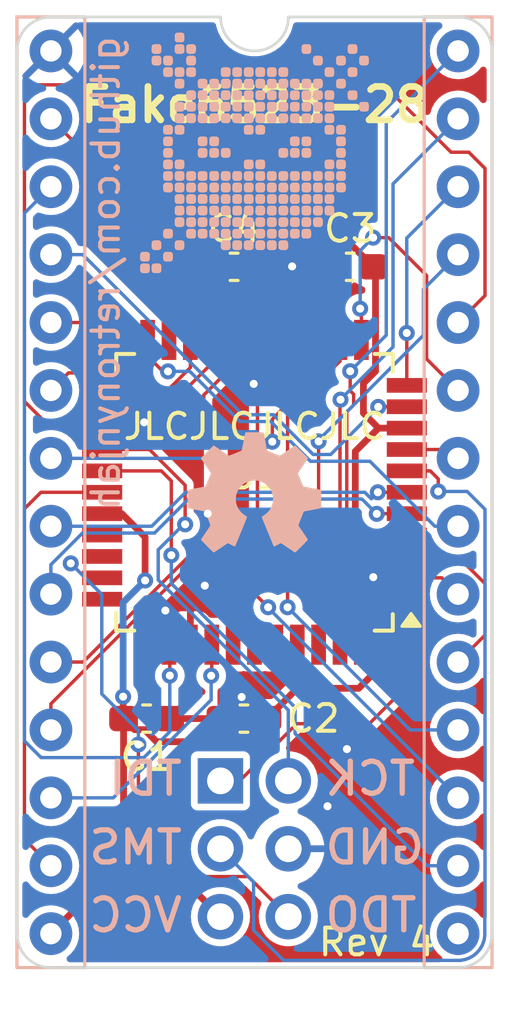
<source format=kicad_pcb>
(kicad_pcb (version 20240108) (generator "pcbnew") (generator_version "8.0")
  (title_block (title "MOS6523-28 Replacement \"Fake6523-28\" ATF1504") (date "2025-02-20") (rev "4"))
  (layers (0 "F.Cu" signal) (31 "B.Cu" signal) (34 "B.Paste" user) (35 "F.Paste" user) (36 "B.SilkS" user "B.Silkscreen") (37 "F.SilkS" user "F.Silkscreen") (38 "B.Mask" user) (39 "F.Mask" user) (44 "Edge.Cuts" user))
  (net 0 "")
  (net 1 "VCC")
  (net 2 "GND")
  (net 3 "/TDI")
  (net 4 "/TCK")
  (net 5 "/TMS")
  (net 6 "/TDO")
  (net 7 "/D1")
  (net 8 "/D2")
  (net 9 "/D3")
  (net 10 "/D4")
  (net 11 "/D5")
  (net 12 "/D6")
  (net 13 "/D7")
  (net 14 "/PA0")
  (net 15 "/PA1")
  (net 16 "/PA2")
  (net 17 "/PA3")
  (net 18 "/PA4")
  (net 19 "/PA5")
  (net 20 "/PA6")
  (net 21 "/PA7")
  (net 24 "/PB0")
  (net 26 "/PB1")
  (net 29 "/~{CS}")
  (net 30 "/R{slash}~{W}")
  (net 31 "/~{RST}")
  (net 32 "/RS2")
  (net 33 "/RS1")
  (net 34 "/RS0")
  (net 36 "/PC6")
  (net 37 "/PC7")
  (net 38 "/D0")
  (footprint "Capacitor_SMD:C_0603_1608Metric_Pad1.08x0.95mm_HandSolder" (layer "F.Cu") (at 141.3775 95.070322 180)
    (property "Reference" "C3" (at 0 1.43 0) (layer "F.SilkS"))
    (property "Value" "100n")
    (pad "1" smd roundrect (at -0.8625 0 180) (size 1.075 0.95) (layers "F.Cu" "F.Paste" "F.Mask") (net 1 "VCC"))
    (pad "2" smd roundrect (at 0.8625 0 180) (size 1.075 0.95) (layers "F.Cu" "F.Paste" "F.Mask") (net 2 "GND"))
  )
  (footprint "Connector_PinHeader_2.54mm:PinHeader_2x03_P2.54mm_Vertical" (layer "F.Cu") (at 136.52 114.3)
    (property "Reference" "J1")
    (property "Value" "JTAG" (hide yes))
    (pad "1" thru_hole rect (at 0 0) (size 1.7 1.7) (drill 1) (layers "*.Cu" "*.Mask") (net 3 "/TDI"))
    (pad "2" thru_hole oval (at 2.54 0) (size 1.7 1.7) (drill 1) (layers "*.Cu" "*.Mask") (net 4 "/TCK"))
    (pad "3" thru_hole oval (at 0 2.54) (size 1.7 1.7) (drill 1) (layers "*.Cu" "*.Mask") (net 5 "/TMS"))
    (pad "4" thru_hole oval (at 2.54 2.54) (size 1.7 1.7) (drill 1) (layers "*.Cu" "*.Mask") (net 2 "GND"))
    (pad "5" thru_hole oval (at 0 5.08) (size 1.7 1.7) (drill 1) (layers "*.Cu" "*.Mask") (net 1 "VCC"))
    (pad "6" thru_hole oval (at 2.54 5.08) (size 1.7 1.7) (drill 1) (layers "*.Cu" "*.Mask") (net 6 "/TDO"))
  )
  (footprint "Per:DIP-28_W15.24mm_BottomHeadersFlat" (layer "F.Cu") (at 130.175 86.995)
    (property "Reference" "U2")
    (property "Value" "MOS6523-28")
    (pad "1" thru_hole circle (at 0 0) (size 1.6 1.6) (drill 0.8) (layers "*.Cu" "*.Mask") (net 2 "GND"))
    (pad "2" thru_hole oval (at 0 2.54) (size 1.6 1.6) (drill 0.8) (layers "*.Cu" "*.Mask") (net 14 "/PA0"))
    (pad "3" thru_hole oval (at 0 5.08) (size 1.6 1.6) (drill 0.8) (layers "*.Cu" "*.Mask") (net 15 "/PA1"))
    (pad "4" thru_hole oval (at 0 7.62) (size 1.6 1.6) (drill 0.8) (layers "*.Cu" "*.Mask") (net 16 "/PA2"))
    (pad "5" thru_hole oval (at 0 10.16) (size 1.6 1.6) (drill 0.8) (layers "*.Cu" "*.Mask") (net 17 "/PA3"))
    (pad "6" thru_hole oval (at 0 12.7) (size 1.6 1.6) (drill 0.8) (layers "*.Cu" "*.Mask") (net 18 "/PA4"))
    (pad "7" thru_hole oval (at 0 15.24) (size 1.6 1.6) (drill 0.8) (layers "*.Cu" "*.Mask") (net 19 "/PA5"))
    (pad "8" thru_hole oval (at 0 17.78) (size 1.6 1.6) (drill 0.8) (layers "*.Cu" "*.Mask") (net 20 "/PA6"))
    (pad "9" thru_hole oval (at 0 20.32) (size 1.6 1.6) (drill 0.8) (layers "*.Cu" "*.Mask") (net 21 "/PA7"))
    (pad "10" thru_hole oval (at 0 22.86) (size 1.6 1.6) (drill 0.8) (layers "*.Cu" "*.Mask") (net 24 "/PB0"))
    (pad "11" thru_hole oval (at 0 25.4) (size 1.6 1.6) (drill 0.8) (layers "*.Cu" "*.Mask") (net 26 "/PB1"))
    (pad "12" thru_hole oval (at 0 27.94) (size 1.6 1.6) (drill 0.8) (layers "*.Cu" "*.Mask") (net 29 "/~{CS}"))
    (pad "13" thru_hole oval (at 0 30.48) (size 1.6 1.6) (drill 0.8) (layers "*.Cu" "*.Mask") (net 30 "/R{slash}~{W}"))
    (pad "14" thru_hole oval (at 0 33.02) (size 1.6 1.6) (drill 0.8) (layers "*.Cu" "*.Mask") (net 1 "VCC"))
    (pad "15" thru_hole oval (at 15.24 33.02) (size 1.6 1.6) (drill 0.8) (layers "*.Cu" "*.Mask") (net 31 "/~{RST}"))
    (pad "16" thru_hole oval (at 15.24 30.48) (size 1.6 1.6) (drill 0.8) (layers "*.Cu" "*.Mask") (net 32 "/RS2"))
    (pad "17" thru_hole oval (at 15.24 27.94) (size 1.6 1.6) (drill 0.8) (layers "*.Cu" "*.Mask") (net 33 "/RS1"))
    (pad "18" thru_hole oval (at 15.24 25.4) (size 1.6 1.6) (drill 0.8) (layers "*.Cu" "*.Mask") (net 34 "/RS0"))
    (pad "19" thru_hole oval (at 15.24 22.86) (size 1.6 1.6) (drill 0.8) (layers "*.Cu" "*.Mask") (net 36 "/PC6"))
    (pad "20" thru_hole oval (at 15.24 20.32) (size 1.6 1.6) (drill 0.8) (layers "*.Cu" "*.Mask") (net 37 "/PC7"))
    (pad "21" thru_hole oval (at 15.24 17.78) (size 1.6 1.6) (drill 0.8) (layers "*.Cu" "*.Mask") (net 38 "/D0"))
    (pad "22" thru_hole oval (at 15.24 15.24) (size 1.6 1.6) (drill 0.8) (layers "*.Cu" "*.Mask") (net 7 "/D1"))
    (pad "23" thru_hole oval (at 15.24 12.7) (size 1.6 1.6) (drill 0.8) (layers "*.Cu" "*.Mask") (net 8 "/D2"))
    (pad "24" thru_hole oval (at 15.24 10.16) (size 1.6 1.6) (drill 0.8) (layers "*.Cu" "*.Mask") (net 9 "/D3"))
    (pad "25" thru_hole oval (at 15.24 7.62) (size 1.6 1.6) (drill 0.8) (layers "*.Cu" "*.Mask") (net 10 "/D4"))
    (pad "26" thru_hole oval (at 15.24 5.08) (size 1.6 1.6) (drill 0.8) (layers "*.Cu" "*.Mask") (net 11 "/D5"))
    (pad "27" thru_hole oval (at 15.24 2.54) (size 1.6 1.6) (drill 0.8) (layers "*.Cu" "*.Mask") (net 12 "/D6"))
    (pad "28" thru_hole oval (at 15.24 0) (size 1.6 1.6) (drill 0.8) (layers "*.Cu" "*.Mask") (net 13 "/D7"))
  )
  (footprint "Capacitor_SMD:C_0603_1608Metric_Pad1.08x0.95mm_HandSolder" (layer "F.Cu") (at 137.031612 95.070322)
    (property "Reference" "C4" (at 0 -1.43 0) (layer "F.SilkS"))
    (property "Value" "100n")
    (pad "1" smd roundrect (at -0.8625 0) (size 1.075 0.95) (layers "F.Cu" "F.Paste" "F.Mask") (net 1 "VCC"))
    (pad "2" smd roundrect (at 0.8625 0) (size 1.075 0.95) (layers "F.Cu" "F.Paste" "F.Mask") (net 2 "GND"))
  )
  (footprint "Capacitor_SMD:C_0603_1608Metric_Pad1.08x0.95mm_HandSolder" (layer "F.Cu") (at 137.399597 111.970645 180)
    (property "Reference" "C2" (at -2.600403 0 0) (layer "F.SilkS"))
    (property "Value" "100n")
    (pad "1" smd roundrect (at -0.8625 0 180) (size 1.075 0.95) (layers "F.Cu" "F.Paste" "F.Mask") (net 1 "VCC"))
    (pad "2" smd roundrect (at 0.8625 0 180) (size 1.075 0.95) (layers "F.Cu" "F.Paste" "F.Mask") (net 2 "GND"))
  )
  (footprint "Package_QFP:TQFP-44_10x10mm_P0.8mm" (layer "F.Cu") (at 137.795 103.505 180)
    (property "Reference" "U1" (at 0 0.635 360) (layer "F.SilkS"))
    (property "Value" "ATF1504AS")
    (pad "1" smd rect (at -5.7 -4 180) (size 1.5 0.55) (layers "F.Cu" "F.Paste" "F.Mask") (net 3 "/TDI"))
    (pad "2" smd rect (at -5.7 -3.2 180) (size 1.5 0.55) (layers "F.Cu" "F.Paste" "F.Mask") (net 37 "/PC7"))
    (pad "3" smd rect (at -5.7 -2.4 180) (size 1.5 0.55) (layers "F.Cu" "F.Paste" "F.Mask") (net 36 "/PC6"))
    (pad "4" smd rect (at -5.7 -1.6 180) (size 1.5 0.55) (layers "F.Cu" "F.Paste" "F.Mask") (net 2 "GND"))
    (pad "5" smd rect (at -5.7 -0.8 180) (size 1.5 0.55) (layers "F.Cu" "F.Paste" "F.Mask") (net 21 "/PA7"))
    (pad "6" smd rect (at -5.7 0 180) (size 1.5 0.55) (layers "F.Cu" "F.Paste" "F.Mask") (net 20 "/PA6"))
    (pad "7" smd rect (at -5.7 0.8 180) (size 1.5 0.55) (layers "F.Cu" "F.Paste" "F.Mask") (net 5 "/TMS"))
    (pad "8" smd rect (at -5.7 1.6 180) (size 1.5 0.55) (layers "F.Cu" "F.Paste" "F.Mask") (net 7 "/D1"))
    (pad "9" smd rect (at -5.7 2.4 180) (size 1.5 0.55) (layers "F.Cu" "F.Paste" "F.Mask") (net 1 "VCC"))
    (pad "10" smd rect (at -5.7 3.2 180) (size 1.5 0.55) (layers "F.Cu" "F.Paste" "F.Mask") (net 16 "/PA2"))
    (pad "11" smd rect (at -5.7 4 180) (size 1.5 0.55) (layers "F.Cu" "F.Paste" "F.Mask") (net 11 "/D5"))
    (pad "12" smd rect (at -4 5.7 270) (size 1.5 0.55) (layers "F.Cu" "F.Paste" "F.Mask") (net 8 "/D2"))
    (pad "13" smd rect (at -3.2 5.7 270) (size 1.5 0.55) (layers "F.Cu" "F.Paste" "F.Mask") (net 34 "/RS0"))
    (pad "14" smd rect (at -2.4 5.7 270) (size 1.5 0.55) (layers "F.Cu" "F.Paste" "F.Mask") (net 19 "/PA5"))
    (pad "15" smd rect (at -1.6 5.7 270) (size 1.5 0.55) (layers "F.Cu" "F.Paste" "F.Mask") (net 33 "/RS1"))
    (pad "16" smd rect (at -0.8 5.7 270) (size 1.5 0.55) (layers "F.Cu" "F.Paste" "F.Mask") (net 2 "GND"))
    (pad "17" smd rect (at 0 5.7 270) (size 1.5 0.55) (layers "F.Cu" "F.Paste" "F.Mask") (net 1 "VCC"))
    (pad "18" smd rect (at 0.8 5.7 270) (size 1.5 0.55) (layers "F.Cu" "F.Paste" "F.Mask") (net 26 "/PB1"))
    (pad "19" smd rect (at 1.6 5.7 270) (size 1.5 0.55) (layers "F.Cu" "F.Paste" "F.Mask") (net 18 "/PA4"))
    (pad "20" smd rect (at 2.4 5.7 270) (size 1.5 0.55) (layers "F.Cu" "F.Paste" "F.Mask") (net 17 "/PA3"))
    (pad "21" smd rect (at 3.2 5.7 270) (size 1.5 0.55) (layers "F.Cu" "F.Paste" "F.Mask") (net 14 "/PA0"))
    (pad "22" smd rect (at 4 5.7 270) (size 1.5 0.55) (layers "F.Cu" "F.Paste" "F.Mask") (net 38 "/D0"))
    (pad "23" smd rect (at 5.7 4 180) (size 1.5 0.55) (layers "F.Cu" "F.Paste" "F.Mask") (net 24 "/PB0"))
    (pad "24" smd rect (at 5.7 3.2 180) (size 1.5 0.55) (layers "F.Cu" "F.Paste" "F.Mask") (net 2 "GND"))
    (pad "25" smd rect (at 5.7 2.4 180) (size 1.5 0.55) (layers "F.Cu" "F.Paste" "F.Mask") (net 9 "/D3"))
    (pad "26" smd rect (at 5.7 1.6 180) (size 1.5 0.55) (layers "F.Cu" "F.Paste" "F.Mask") (net 4 "/TCK"))
    (pad "27" smd rect (at 5.7 0.8 180) (size 1.5 0.55) (layers "F.Cu" "F.Paste" "F.Mask") (net 32 "/RS2"))
    (pad "28" smd rect (at 5.7 0 180) (size 1.5 0.55) (layers "F.Cu" "F.Paste" "F.Mask") (net 30 "/R{slash}~{W}"))
    (pad "29" smd rect (at 5.7 -0.8 180) (size 1.5 0.55) (layers "F.Cu" "F.Paste" "F.Mask") (net 1 "VCC"))
    (pad "30" smd rect (at 5.7 -1.6 180) (size 1.5 0.55) (layers "F.Cu" "F.Paste" "F.Mask"))
    (pad "31" smd rect (at 5.7 -2.4 180) (size 1.5 0.55) (layers "F.Cu" "F.Paste" "F.Mask"))
    (pad "32" smd rect (at 5.7 -3.2 180) (size 1.5 0.55) (layers "F.Cu" "F.Paste" "F.Mask") (net 6 "/TDO"))
    (pad "33" smd rect (at 5.7 -4 180) (size 1.5 0.55) (layers "F.Cu" "F.Paste" "F.Mask"))
    (pad "34" smd rect (at 4 -5.7 270) (size 1.5 0.55) (layers "F.Cu" "F.Paste" "F.Mask"))
    (pad "35" smd rect (at 3.2 -5.7 270) (size 1.5 0.55) (layers "F.Cu" "F.Paste" "F.Mask") (net 15 "/PA1"))
    (pad "36" smd rect (at 2.4 -5.7 270) (size 1.5 0.55) (layers "F.Cu" "F.Paste" "F.Mask") (net 2 "GND"))
    (pad "37" smd rect (at 1.6 -5.7 270) (size 1.5 0.55) (layers "F.Cu" "F.Paste" "F.Mask") (net 29 "/~{CS}"))
    (pad "38" smd rect (at 0.8 -5.7 270) (size 1.5 0.55) (layers "F.Cu" "F.Paste" "F.Mask"))
    (pad "39" smd rect (at 0 -5.7 270) (size 1.5 0.55) (layers "F.Cu" "F.Paste" "F.Mask"))
    (pad "40" smd rect (at -0.8 -5.7 270) (size 1.5 0.55) (layers "F.Cu" "F.Paste" "F.Mask"))
    (pad "41" smd rect (at -1.6 -5.7 270) (size 1.5 0.55) (layers "F.Cu" "F.Paste" "F.Mask") (net 1 "VCC"))
    (pad "42" smd rect (at -2.4 -5.7 270) (size 1.5 0.55) (layers "F.Cu" "F.Paste" "F.Mask") (net 10 "/D4"))
    (pad "43" smd rect (at -3.2 -5.7 270) (size 1.5 0.55) (layers "F.Cu" "F.Paste" "F.Mask") (net 12 "/D6"))
    (pad "44" smd rect (at -4 -5.7 270) (size 1.5 0.55) (layers "F.Cu" "F.Paste" "F.Mask") (net 13 "/D7"))
  )
  (footprint "Capacitor_SMD:C_0603_1608Metric_Pad1.08x0.95mm_HandSolder" (layer "F.Cu") (at 133.7575 111.970645)
    (property "Reference" "C1" (at 0 1.43 0) (layer "F.SilkS"))
    (property "Value" "100n")
    (pad "1" smd roundrect (at -0.8625 0) (size 1.075 0.95) (layers "F.Cu" "F.Paste" "F.Mask") (net 1 "VCC"))
    (pad "2" smd roundrect (at 0.8625 0) (size 1.075 0.95) (layers "F.Cu" "F.Paste" "F.Mask") (net 2 "GND"))
  )
  (footprint "LOGO" (layer "B.Cu") (at 137.795 90.805 180)
    (property "Reference" "G***" (hide yes))
    (property "Value" "LOGO" (hide yes))
  )
  (footprint "LOGO" (layer "B.Cu") (at 137.795 103.505 180)
    (property "Reference" "G***" (hide yes))
    (property "Value" "LOGO" (hide yes))
  )
  (gr_arc (start 128.905 86.995) (mid 129.276974 86.096974) (end 130.175 85.725) (stroke (width 0.1)) (layer "Edge.Cuts"))
  (gr_arc (start 130.175 121.285) (mid 129.276974 120.913026) (end 128.905 120.015) (stroke (width 0.1)) (layer "Edge.Cuts"))
  (gr_line (start 128.905 120.015) (end 128.905 86.995) (stroke (width 0.1)) (layer "Edge.Cuts"))
  (gr_line (start 145.415 121.285) (end 130.175 121.285) (stroke (width 0.1)) (layer "Edge.Cuts"))
  (gr_arc (start 145.415 85.725) (mid 146.313026 86.096974) (end 146.685 86.995) (stroke (width 0.1)) (layer "Edge.Cuts"))
  (gr_arc (start 146.685 120.015) (mid 146.313026 120.913026) (end 145.415 121.285) (stroke (width 0.1)) (layer "Edge.Cuts"))
  (gr_line (start 145.415 85.725) (end 139.065 85.725) (stroke (width 0.1)) (layer "Edge.Cuts"))
  (gr_line (start 130.175 85.725) (end 136.525 85.725) (stroke (width 0.1)) (layer "Edge.Cuts"))
  (gr_line (start 146.685 86.995) (end 146.685 120.015) (stroke (width 0.1)) (layer "Edge.Cuts"))
  (gr_arc (start 139.065 85.725) (mid 137.795 86.995) (end 136.525 85.725) (stroke (width 0.1)) (layer "Edge.Cuts"))
  (gr_text "GND" (at 140.335 117.49 0) (layer "B.SilkS") (effects (font (size 1.2 1.2) (thickness 0.2)) (justify right bottom mirror)))
  (gr_text "TDI" (at 135.19 114.92 0) (layer "B.SilkS") (effects (font (size 1.2 1.2) (thickness 0.2)) (justify left bottom mirror)))
  (gr_text "TCK" (at 140.335 114.92 0) (layer "B.SilkS") (effects (font (size 1.2 1.2) (thickness 0.2)) (justify right bottom mirror)))
  (gr_text "VCC" (at 135.19 120.03 0) (layer "B.SilkS") (effects (font (size 1.2 1.2) (thickness 0.2)) (justify left bottom mirror)))
  (gr_text "TMS" (at 135.19 117.49 0) (layer "B.SilkS") (effects (font (size 1.2 1.2) (thickness 0.2)) (justify left bottom mirror)))
  (gr_text "TDO" (at 140.335 120.03 0) (layer "B.SilkS") (effects (font (size 1.2 1.2) (thickness 0.2)) (justify right bottom mirror)))
  (gr_text "github.com/retronynjah" (at 132.815 86.36 90) (layer "B.SilkS") (effects (font (size 1 1)) (justify left bottom mirror)))
  (gr_text "JLCJLCJLCJLC" (at 137.795 101.6 0) (layer "F.SilkS") (effects (font (size 0.95 0.95) (thickness 0.15) (bold yes)) (justify bottom)))
  (gr_text "Rev ${REVISION}" (at 140.104821 120.918623 0) (layer "F.SilkS") (effects (font (size 1 1)) (justify left bottom)))
  (gr_text "Fake6523-28" (at 137.795 89.74 0) (layer "F.SilkS") (effects (font (size 1.25 1.25) (thickness 0.25) (bold yes)) (justify bottom)))
  (segment (start 142.324 98.976) (end 142.324 95.154322) (width 0.254) (layer "F.Cu") (net 1))
  (segment (start 141.149678 93.98) (end 142.24 95.070322) (width 0.254) (layer "F.Cu") (net 1))
  (segment (start 132.877701 111.953346) (end 132.895 111.970645) (width 0.254) (layer "F.Cu") (net 1))
  (segment (start 136.169112 95.070322) (end 137.259434 93.98) (width 0.254) (layer "F.Cu") (net 1))
  (segment (start 137.259434 93.98) (end 141.149678 93.98) (width 0.254) (layer "F.Cu") (net 1))
  (segment (start 132.828 104.305) (end 132.095 104.305) (width 0.254) (layer "F.Cu") (net 1))
  (segment (start 132.895 117.295) (end 132.895 111.970645) (width 0.254) (layer "F.Cu") (net 1))
  (segment (start 142.435674 101.105) (end 141.5665 101.974174) (width 0.254) (layer "F.Cu") (net 1))
  (segment (start 133.700633 106.80297) (end 133.700633 105.177633) (width 0.254) (layer "F.Cu") (net 1))
  (segment (start 141.871472 100.540798) (end 141.871472 99.428528) (width 0.254) (layer "F.Cu") (net 1))
  (segment (start 132.877701 111.15052) (end 132.877701 111.953346) (width 0.254) (layer "F.Cu") (net 1))
  (segment (start 138.262097 111.970645) (end 139.395 110.837742) (width 0.254) (layer "F.Cu") (net 1))
  (segment (start 133.309559 112.385204) (end 133.678475 112.385204) (width 0.254) (layer "F.Cu") (net 1))
  (segment (start 141.695258 110.837742) (end 139.395 110.837742) (width 0.254) (layer "F.Cu") (net 1))
  (segment (start 142.324 95.154322) (end 142.24 95.070322) (width 0.254) (layer "F.Cu") (net 1))
  (segment (start 141.5665 107.372483) (end 142.324 108.129983) (width 0.254) (layer "F.Cu") (net 1))
  (segment (start 134.128823 112.835552) (end 137.39719 112.835552) (width 0.254) (layer "F.Cu") (net 1))
  (segment (start 142.324 110.209) (end 141.695258 110.837742) (width 0.254) (layer "F.Cu") (net 1))
  (segment (start 130.175 120.015) (end 132.895 117.295) (width 0.254) (layer "F.Cu") (net 1))
  (segment (start 136.169112 95.070322) (end 137.795 96.69621) (width 0.254) (layer "F.Cu") (net 1))
  (segment (start 143.495 101.105) (end 142.435674 101.105) (width 0.254) (layer "F.Cu") (net 1))
  (segment (start 137.795 96.69621) (end 137.795 97.805) (width 0.254) (layer "F.Cu") (net 1))
  (segment (start 142.324 108.129983) (end 142.324 110.209) (width 0.254) (layer "F.Cu") (net 1))
  (segment (start 141.5665 101.974174) (end 141.5665 107.372483) (width 0.254) (layer "F.Cu") (net 1))
  (segment (start 139.395 110.837742) (end 139.395 109.205) (width 0.254) (layer "F.Cu") (net 1))
  (segment (start 132.895 111.970645) (end 133.309559 112.385204) (width 0.254) (layer "F.Cu") (net 1))
  (segment (start 133.700633 105.177633) (end 132.828 104.305) (width 0.254) (layer "F.Cu") (net 1))
  (segment (start 141.871472 99.428528) (end 142.324 98.976) (width 0.254) (layer "F.Cu") (net 1))
  (segment (start 134.435 117.295) (end 132.895 117.295) (width 0.254) (layer "F.Cu") (net 1))
  (segment (start 137.39719 112.835552) (end 138.262097 111.970645) (width 0.254) (layer "F.Cu") (net 1))
  (segment (start 133.678475 112.385204) (end 134.128823 112.835552) (width 0.254) (layer "F.Cu") (net 1))
  (segment (start 142.435674 101.105) (end 141.871472 100.540798) (width 0.254) (layer "F.Cu") (net 1))
  (segment (start 136.52 119.38) (end 134.435 117.295) (width 0.254) (layer "F.Cu") (net 1))
  (via (at 132.877701 111.15052) (size 0.6) (drill 0.3) (layers "F.Cu" "B.Cu") (net 1))
  (via (at 133.700633 106.80297) (size 0.6) (drill 0.3) (layers "F.Cu" "B.Cu") (net 1))
  (segment (start 132.877701 107.625902) (end 132.877701 111.15052) (width 0.254) (layer "B.Cu") (net 1))
  (segment (start 133.700633 106.80297) (end 132.877701 107.625902) (width 0.254) (layer "B.Cu") (net 1))
  (segment (start 138.595 98.620878) (end 137.765991 99.449887) (width 0.254) (layer "F.Cu") (net 2))
  (segment (start 135.395 111.195645) (end 135.395 109.205) (width 0.254) (layer "F.Cu") (net 2))
  (segment (start 136.537097 111.970645) (end 136.537097 111.941149) (width 0.254) (layer "F.Cu") (net 2))
  (segment (start 132.095 100.305) (end 133.082008 100.305) (width 0.254) (layer "F.Cu") (net 2))
  (segment (start 134.62 111.970645) (end 135.395 111.195645) (width 0.254) (layer "F.Cu") (net 2))
  (segment (start 133.082008 100.305) (end 133.665447 100.888439) (width 0.254) (layer "F.Cu") (net 2))
  (segment (start 136.537097 111.941149) (end 137.314266 111.16398) (width 0.254) (layer "F.Cu") (net 2))
  (segment (start 138.595 97.805) (end 138.595 98.620878) (width 0.254) (layer "F.Cu") (net 2))
  (via (at 140.527824 115.248823) (size 0.6) (drill 0.3) (layers "F.Cu" "B.Cu") (net 2))
  (via (at 142.24 106.68) (size 0.6) (drill 0.3) (layers "F.Cu" "B.Cu") (net 2))
  (via (at 136.045107 104.303319) (size 0.6) (drill 0.3) (layers "F.Cu" "B.Cu") (net 2))
  (via (at 134.458667 107.928836) (size 0.6) (drill 0.3) (layers "F.Cu" "B.Cu") (net 2))
  (via (at 133.665447 100.888439) (size 0.6) (drill 0.3) (layers "F.Cu" "B.Cu") (net 2))
  (via (at 135.934564 106.99669) (size 0.6) (drill 0.3) (layers "F.Cu" "B.Cu") (net 2))
  (via (at 137.765991 99.449887) (size 0.6) (drill 0.3) (layers "F.Cu" "B.Cu") (net 2))
  (via (at 137.314266 111.16398) (size 0.6) (drill 0.3) (layers "F.Cu" "B.Cu") (net 2))
  (via (at 139.20355 95.055552) (size 0.6) (drill 0.3) (layers "F.Cu" "B.Cu") (net 2))
  (via (at 141.253822 113.111163) (size 0.6) (drill 0.3) (layers "F.Cu" "B.Cu") (net 2))
  (segment (start 143.495 107.505) (end 143.495 110.758142) (width 0.127) (layer "F.Cu") (net 3))
  (segment (start 139.375538 112.161536) (end 137.237074 114.3) (width 0.127) (layer "F.Cu") (net 3))
  (segment (start 137.237074 114.3) (end 136.52 114.3) (width 0.127) (layer "F.Cu") (net 3))
  (segment (start 143.495 110.758142) (end 142.091606 112.161536) (width 0.127) (layer "F.Cu") (net 3))
  (segment (start 142.091606 112.161536) (end 139.375538 112.161536) (width 0.127) (layer "F.Cu") (net 3))
  (segment (start 135.199102 104.704665) (end 135.199102 103.239726) (width 0.127) (layer "F.Cu") (net 4))
  (segment (start 133.864376 101.905) (end 132.095 101.905) (width 0.127) (layer "F.Cu") (net 4))
  (segment (start 135.199102 103.239726) (end 133.864376 101.905) (width 0.127) (layer "F.Cu") (net 4))
  (via (at 135.199102 104.704665) (size 0.6) (drill 0.3) (layers "F.Cu" "B.Cu") (net 4))
  (segment (start 135.199102 104.704665) (end 135.142781 104.704665) (width 0.127) (layer "B.Cu") (net 4))
  (segment (start 134.190771 105.656675) (end 134.190771 106.784104) (width 0.127) (layer "B.Cu") (net 4))
  (segment (start 139.06 111.653333) (end 139.06 114.3) (width 0.127) (layer "B.Cu") (net 4))
  (segment (start 135.142781 104.704665) (end 134.190771 105.656675) (width 0.127) (layer "B.Cu") (net 4))
  (segment (start 134.190771 106.784104) (end 139.06 111.653333) (width 0.127) (layer "B.Cu") (net 4))
  (segment (start 144.672002 103.005002) (end 144.672002 103.473745) (width 0.127) (layer "F.Cu") (net 5))
  (segment (start 144.372 102.705) (end 144.672002 103.005002) (width 0.127) (layer "F.Cu") (net 5))
  (segment (start 143.495 102.705) (end 144.372 102.705) (width 0.127) (layer "F.Cu") (net 5))
  (via (at 144.672002 103.473745) (size 0.6) (drill 0.3) (layers "F.Cu" "B.Cu") (net 5))
  (segment (start 146.414596 119.386904) (end 146.414596 120.099506) (width 0.127) (layer "B.Cu") (net 5))
  (segment (start 146.414596 120.099506) (end 146.383727 120.274572) (width 0.127) (layer "B.Cu") (net 5))
  (segment (start 146.4215 104.14) (end 146.4215 119.38) (width 0.127) (layer "B.Cu") (net 5))
  (segment (start 145.755245 103.473745) (end 146.4215 104.14) (width 0.127) (layer "B.Cu") (net 5))
  (segment (start 145.674572 120.983727) (end 145.499506 121.014596) (width 0.127) (layer "B.Cu") (net 5))
  (segment (start 145.990242 120.836526) (end 145.838841 120.923937) (width 0.127) (layer "B.Cu") (net 5))
  (segment (start 145.499506 121.014596) (end 138.884225 121.014596) (width 0.127) (layer "B.Cu") (net 5))
  (segment (start 146.124158 120.724158) (end 145.990242 120.836526) (width 0.127) (layer "B.Cu") (net 5))
  (segment (start 137.760516 118.080516) (end 136.52 116.84) (width 0.127) (layer "B.Cu") (net 5))
  (segment (start 146.236526 120.590242) (end 146.124158 120.724158) (width 0.127) (layer "B.Cu") (net 5))
  (segment (start 146.359863 120.340137) (end 146.323937 120.438841) (width 0.127) (layer "B.Cu") (net 5))
  (segment (start 145.740137 120.959863) (end 145.674572 120.983727) (width 0.127) (layer "B.Cu") (net 5))
  (segment (start 146.323937 120.438841) (end 146.236526 120.590242) (width 0.127) (layer "B.Cu") (net 5))
  (segment (start 137.760516 119.890887) (end 137.760516 118.080516) (width 0.127) (layer "B.Cu") (net 5))
  (segment (start 146.383727 120.274572) (end 146.359863 120.340137) (width 0.127) (layer "B.Cu") (net 5))
  (segment (start 145.838841 120.923937) (end 145.740137 120.959863) (width 0.127) (layer "B.Cu") (net 5))
  (segment (start 146.4215 119.38) (end 146.414596 119.386904) (width 0.127) (layer "B.Cu") (net 5))
  (segment (start 138.884225 121.014596) (end 137.760516 119.890887) (width 0.127) (layer "B.Cu") (net 5))
  (segment (start 144.672002 103.473745) (end 145.755245 103.473745) (width 0.127) (layer "B.Cu") (net 5))
  (segment (start 133.449 112.939204) (end 133.449 115.669) (width 0.127) (layer "F.Cu") (net 6))
  (segment (start 132.095 106.705) (end 131.45902 106.705) (width 0.127) (layer "F.Cu") (net 6))
  (segment (start 135.6605 117.8805) (end 137.5605 117.8805) (width 0.127) (layer "F.Cu") (net 6))
  (segment (start 137.5605 117.8805) (end 139.06 119.38) (width 0.127) (layer "F.Cu") (net 6))
  (segment (start 131.45902 106.705) (end 130.918 106.16398) (width 0.127) (layer "F.Cu") (net 6))
  (segment (start 133.449 115.669) (end 135.6605 117.8805) (width 0.127) (layer "F.Cu") (net 6))
  (via (at 133.449 112.939204) (size 0.6) (drill 0.3) (layers "F.Cu" "B.Cu") (net 6))
  (via (at 130.918 106.16398) (size 0.6) (drill 0.3) (layers "F.Cu" "B.Cu") (net 6))
  (segment (start 133.449 112.939204) (end 133.449 112.415491) (width 0.127) (layer "B.Cu") (net 6))
  (segment (start 132.08 111.046491) (end 132.08 107.32598) (width 0.127) (layer "B.Cu") (net 6))
  (segment (start 132.08 107.32598) (end 130.918 106.16398) (width 0.127) (layer "B.Cu") (net 6))
  (segment (start 133.449 112.415491) (end 132.08 111.046491) (width 0.127) (layer "B.Cu") (net 6))
  (segment (start 145.085 101.905) (end 145.415 102.235) (width 0.127) (layer "F.Cu") (net 7))
  (segment (start 143.495 101.905) (end 145.085 101.905) (width 0.127) (layer "F.Cu") (net 7))
  (segment (start 141.795 97.805) (end 141.795 96.680836) (width 0.127) (layer "F.Cu") (net 8))
  (segment (start 144.236248 95.397917) (end 144.236248 98.516248) (width 0.127) (layer "F.Cu") (net 8))
  (segment (start 142.235163 93.98) (end 142.818331 93.98) (width 0.127) (layer "F.Cu") (net 8))
  (segment (start 142.818331 93.98) (end 144.236248 95.397917) (width 0.127) (layer "F.Cu") (net 8))
  (segment (start 144.236248 98.516248) (end 145.415 99.695) (width 0.127) (layer "F.Cu") (net 8))
  (segment (start 141.795 96.680836) (end 141.7495 96.635336) (width 0.127) (layer "F.Cu") (net 8))
  (via (at 141.7495 96.635336) (size 0.6) (drill 0.3) (layers "F.Cu" "B.Cu") (net 8))
  (via (at 142.235163 93.98) (size 0.6) (drill 0.3) (layers "F.Cu" "B.Cu") (net 8))
  (segment (start 141.7495 96.635336) (end 141.7495 94.465663) (width 0.127) (layer "B.Cu") (net 8))
  (segment (start 141.7495 94.465663) (end 142.235163 93.98) (width 0.127) (layer "B.Cu") (net 8))
  (segment (start 129.66548 88.263631) (end 142.630984 88.263631) (width 0.127) (layer "F.Cu") (net 9))
  (segment (start 145.151689 90.784336) (end 145.817187 90.784336) (width 0.127) (layer "F.Cu") (net 9))
  (segment (start 129.1845 88.744611) (end 129.66548 88.263631) (width 0.127) (layer "F.Cu") (net 9))
  (segment (start 146.4215 91.388649) (end 146.4215 96.1485) (width 0.127) (layer "F.Cu") (net 9))
  (segment (start 142.630984 88.263631) (end 145.151689 90.784336) (width 0.127) (layer "F.Cu") (net 9))
  (segment (start 129.1845 100.105279) (end 129.1845 88.744611) (width 0.127) (layer "F.Cu") (net 9))
  (segment (start 145.817187 90.784336) (end 146.4215 91.388649) (width 0.127) (layer "F.Cu") (net 9))
  (segment (start 130.184221 101.105) (end 129.1845 100.105279) (width 0.127) (layer "F.Cu") (net 9))
  (segment (start 146.4215 96.1485) (end 145.415 97.155) (width 0.127) (layer "F.Cu") (net 9))
  (segment (start 132.095 101.105) (end 130.184221 101.105) (width 0.127) (layer "F.Cu") (net 9))
  (segment (start 140.195 101.6) (end 140.195 109.205) (width 0.127) (layer "F.Cu") (net 10))
  (via (at 140.195 101.6) (size 0.6) (drill 0.3) (layers "F.Cu" "B.Cu") (net 10))
  (segment (start 140.195 101.6) (end 140.195 101.552937) (width 0.127) (layer "B.Cu") (net 10))
  (segment (start 144.118474 95.911526) (end 145.415 94.615) (width 0.127) (layer "B.Cu") (net 10))
  (segment (start 140.195 101.552937) (end 144.118474 97.629463) (width 0.127) (layer "B.Cu") (net 10))
  (segment (start 144.118474 97.629463) (end 144.118474 95.911526) (width 0.127) (layer "B.Cu") (net 10))
  (segment (start 143.495 97.548201) (end 143.493309 97.54651) (width 0.127) (layer "F.Cu") (net 11))
  (segment (start 143.495 99.505) (end 143.495 97.548201) (width 0.127) (layer "F.Cu") (net 11))
  (via (at 143.493309 97.54651) (size 0.6) (drill 0.3) (layers "F.Cu" "B.Cu") (net 11))
  (segment (start 143.493309 93.996691) (end 145.415 92.075) (width 0.127) (layer "B.Cu") (net 11))
  (segment (start 143.493309 97.54651) (end 143.493309 93.996691) (width 0.127) (layer "B.Cu") (net 11))
  (segment (start 140.995 100.059265) (end 140.995 109.205) (width 0.127) (layer "F.Cu") (net 12))
  (segment (start 141.014564 100.039701) (end 140.995 100.059265) (width 0.127) (layer "F.Cu") (net 12))
  (via (at 141.014564 100.039701) (size 0.6) (drill 0.3) (layers "F.Cu" "B.Cu") (net 12))
  (segment (start 141.014564 100.03159) (end 142.979663 98.066491) (width 0.127) (layer "B.Cu") (net 12))
  (segment (start 142.979663 91.970337) (end 145.415 89.535) (width 0.127) (layer "B.Cu") (net 12))
  (segment (start 141.014564 100.039701) (end 141.014564 100.03159) (width 0.127) (layer "B.Cu") (net 12))
  (segment (start 142.979663 98.066491) (end 142.979663 91.970337) (width 0.127) (layer "B.Cu") (net 12))
  (segment (start 141.795 108.049995) (end 141.795 109.205) (width 0.127) (layer "F.Cu") (net 13))
  (segment (start 141.249 107.503995) (end 141.795 108.049995) (width 0.127) (layer "F.Cu") (net 13))
  (segment (start 141.376353 99.707818) (end 141.505064 99.836529) (width 0.127) (layer "F.Cu") (net 13))
  (segment (start 141.505064 100.242873) (end 141.249 100.498937) (width 0.127) (layer "F.Cu") (net 13))
  (segment (start 141.505064 99.836529) (end 141.505064 100.242873) (width 0.127) (layer "F.Cu") (net 13))
  (segment (start 141.249 100.498937) (end 141.249 107.503995) (width 0.127) (layer "F.Cu") (net 13))
  (segment (start 141.376353 98.976129) (end 141.376353 99.707818) (width 0.127) (layer "F.Cu") (net 13))
  (via (at 141.376353 98.976129) (size 0.6) (drill 0.3) (layers "F.Cu" "B.Cu") (net 13))
  (segment (start 142.725663 97.626819) (end 142.725663 89.684337) (width 0.127) (layer "B.Cu") (net 13))
  (segment (start 142.725663 89.684337) (end 145.415 86.995) (width 0.127) (layer "B.Cu") (net 13))
  (segment (start 141.376353 98.976129) (end 142.725663 97.626819) (width 0.127) (layer "B.Cu") (net 13))
  (segment (start 134.595 97.805) (end 134.595 93.955) (width 0.127) (layer "F.Cu") (net 14))
  (segment (start 134.595 93.955) (end 130.175 89.535) (width 0.127) (layer "F.Cu") (net 14))
  (segment (start 134.625474 109.235474) (end 134.595 109.205) (width 0.127) (layer "F.Cu") (net 15))
  (segment (start 134.625474 110.361781) (end 134.625474 109.235474) (width 0.127) (layer "F.Cu") (net 15))
  (via (at 134.625474 110.361781) (size 0.6) (drill 0.3) (layers "F.Cu" "B.Cu") (net 15))
  (segment (start 129.808925 113.429704) (end 133.653988 113.429704) (width 0.127) (layer "B.Cu") (net 15))
  (segment (start 134.625474 112.458218) (end 134.625474 110.361781) (width 0.127) (layer "B.Cu") (net 15))
  (segment (start 130.175 92.075) (end 129.1845 93.0655) (width 0.127) (layer "B.Cu") (net 15))
  (segment (start 129.1845 93.0655) (end 129.1845 112.805279) (width 0.127) (layer "B.Cu") (net 15))
  (segment (start 129.1845 112.805279) (end 129.808925 113.429704) (width 0.127) (layer "B.Cu") (net 15))
  (segment (start 133.653988 113.429704) (end 134.625474 112.458218) (width 0.127) (layer "B.Cu") (net 15))
  (segment (start 142.431795 100.305) (end 142.425472 100.311323) (width 0.127) (layer "F.Cu") (net 16))
  (segment (start 143.495 100.305) (end 142.431795 100.305) (width 0.127) (layer "F.Cu") (net 16))
  (via (at 142.425472 100.311323) (size 0.6) (drill 0.3) (layers "F.Cu" "B.Cu") (net 16))
  (segment (start 138.505448 100.60412) (end 137.356191 100.60412) (width 0.127) (layer "B.Cu") (net 16))
  (segment (start 142.425472 100.311323) (end 140.646295 102.0905) (width 0.127) (layer "B.Cu") (net 16))
  (segment (start 131.367071 94.615) (end 130.175 94.615) (width 0.127) (layer "B.Cu") (net 16))
  (segment (start 139.991828 102.0905) (end 138.505448 100.60412) (width 0.127) (layer "B.Cu") (net 16))
  (segment (start 137.356191 100.60412) (end 131.367071 94.615) (width 0.127) (layer "B.Cu") (net 16))
  (segment (start 140.646295 102.0905) (end 139.991828 102.0905) (width 0.127) (layer "B.Cu") (net 16))
  (segment (start 134.629232 99.603701) (end 134.171853 99.603701) (width 0.127) (layer "F.Cu") (net 17))
  (segment (start 135.395 98.837933) (end 134.629232 99.603701) (width 0.127) (layer "F.Cu") (net 17))
  (segment (start 131.723152 97.155) (end 130.175 97.155) (width 0.127) (layer "F.Cu") (net 17))
  (segment (start 134.171853 99.603701) (end 131.723152 97.155) (width 0.127) (layer "F.Cu") (net 17))
  (segment (start 135.395 97.805) (end 135.395 98.837933) (width 0.127) (layer "F.Cu") (net 17))
  (segment (start 136.195 97.805) (end 136.195 98.682) (width 0.127) (layer "F.Cu") (net 18))
  (segment (start 136.195 98.682) (end 135.019299 99.857701) (width 0.127) (layer "F.Cu") (net 18))
  (segment (start 135.019299 99.857701) (end 133.853701 99.857701) (width 0.127) (layer "F.Cu") (net 18))
  (segment (start 133.853701 99.857701) (end 133.0355 99.0395) (width 0.127) (layer "F.Cu") (net 18))
  (segment (start 130.8305 99.0395) (end 130.175 99.695) (width 0.127) (layer "F.Cu") (net 18))
  (segment (start 133.0355 99.0395) (end 130.8305 99.0395) (width 0.127) (layer "F.Cu") (net 18))
  (segment (start 138.461759 100.772355) (end 140.195 99.039114) (width 0.127) (layer "F.Cu") (net 19))
  (segment (start 140.195 99.039114) (end 140.195 97.805) (width 0.127) (layer "F.Cu") (net 19))
  (segment (start 138.461759 101.613314) (end 138.461759 100.772355) (width 0.127) (layer "F.Cu") (net 19))
  (via (at 138.461759 101.613314) (size 0.6) (drill 0.3) (layers "F.Cu" "B.Cu") (net 19))
  (segment (start 137.840073 102.235) (end 130.175 102.235) (width 0.127) (layer "B.Cu") (net 19))
  (segment (start 138.461759 101.613314) (end 137.840073 102.235) (width 0.127) (layer "B.Cu") (net 19))
  (segment (start 142.410671 103.505) (end 142.410174 103.504503) (width 0.127) (layer "F.Cu") (net 20))
  (segment (start 143.495 103.505) (end 142.410671 103.505) (width 0.127) (layer "F.Cu") (net 20))
  (via (at 142.410174 103.504503) (size 0.6) (drill 0.3) (layers "F.Cu" "B.Cu") (net 20))
  (segment (start 142.16628 103.748397) (end 141.922386 103.504503) (width 0.127) (layer "B.Cu") (net 20))
  (segment (start 142.410174 103.504503) (end 142.16628 103.748397) (width 0.127) (layer "B.Cu") (net 20))
  (segment (start 135.219945 103.504503) (end 133.949448 104.775) (width 0.127) (layer "B.Cu") (net 20))
  (segment (start 133.949448 104.775) (end 130.175 104.775) (width 0.127) (layer "B.Cu") (net 20))
  (segment (start 141.922386 103.504503) (end 135.219945 103.504503) (width 0.127) (layer "B.Cu") (net 20))
  (segment (start 143.495 104.305) (end 142.376008 104.305) (width 0.127) (layer "F.Cu") (net 21))
  (segment (start 142.376008 104.305) (end 142.369841 104.311167) (width 0.127) (layer "F.Cu") (net 21))
  (via (at 142.369841 104.311167) (size 0.6) (drill 0.3) (layers "F.Cu" "B.Cu") (net 21))
  (segment (start 131.359308 105.029) (end 130.175 106.213308) (width 0.127) (layer "B.Cu") (net 21))
  (segment (start 135.325155 103.758503) (end 134.054658 105.029) (width 0.127) (layer "B.Cu") (net 21))
  (segment (start 141.817177 103.758503) (end 135.325155 103.758503) (width 0.127) (layer "B.Cu") (net 21))
  (segment (start 134.054658 105.029) (end 131.359308 105.029) (width 0.127) (layer "B.Cu") (net 21))
  (segment (start 142.369841 104.311167) (end 141.817177 103.758503) (width 0.127) (layer "B.Cu") (net 21))
  (segment (start 130.175 106.213308) (end 130.175 107.315) (width 0.127) (layer "B.Cu") (net 21))
  (segment (start 136.535607 104.100147) (end 136.535607 104.699183) (width 0.127) (layer "F.Cu") (net 24))
  (segment (start 136.535607 104.699183) (end 131.37979 109.855) (width 0.127) (layer "F.Cu") (net 24))
  (segment (start 132.095 99.505) (end 132.972 99.505) (width 0.127) (layer "F.Cu") (net 24))
  (segment (start 136.219884 103.784424) (end 136.535607 104.100147) (width 0.127) (layer "F.Cu") (net 24))
  (segment (start 133.578701 100.111701) (end 135.055245 100.111701) (width 0.127) (layer "F.Cu") (net 24))
  (segment (start 135.055245 100.111701) (end 136.219884 101.27634) (width 0.127) (layer "F.Cu") (net 24))
  (segment (start 131.37979 109.855) (end 130.175 109.855) (width 0.127) (layer "F.Cu") (net 24))
  (segment (start 136.219884 101.27634) (end 136.219884 103.784424) (width 0.127) (layer "F.Cu") (net 24))
  (segment (start 132.972 99.505) (end 133.578701 100.111701) (width 0.127) (layer "F.Cu") (net 24))
  (segment (start 135.897218 100.594464) (end 136.473884 101.17113) (width 0.127) (layer "F.Cu") (net 26))
  (segment (start 135.897218 99.866664) (end 135.897218 100.594464) (width 0.127) (layer "F.Cu") (net 26))
  (segment (start 130.175 111.419) (end 130.175 112.395) (width 0.127) (layer "F.Cu") (net 26))
  (segment (start 136.995 98.768882) (end 135.897218 99.866664) (width 0.127) (layer "F.Cu") (net 26))
  (segment (start 136.789607 104.804393) (end 130.175 111.419) (width 0.127) (layer "F.Cu") (net 26))
  (segment (start 136.473884 101.17113) (end 136.473884 103.679214) (width 0.127) (layer "F.Cu") (net 26))
  (segment (start 136.473884 103.679214) (end 136.789607 103.994937) (width 0.127) (layer "F.Cu") (net 26))
  (segment (start 136.995 97.805) (end 136.995 98.768882) (width 0.127) (layer "F.Cu") (net 26))
  (segment (start 136.789607 103.994937) (end 136.789607 104.804393) (width 0.127) (layer "F.Cu") (net 26))
  (segment (start 136.195 109.205) (end 136.195 110.345339) (width 0.127) (layer "F.Cu") (net 29))
  (segment (start 136.195 110.345339) (end 136.172829 110.36751) (width 0.127) (layer "F.Cu") (net 29))
  (via (at 136.172829 110.36751) (size 0.6) (drill 0.3) (layers "F.Cu" "B.Cu") (net 29))
  (segment (start 136.172829 110.36751) (end 136.172829 111.270073) (width 0.127) (layer "B.Cu") (net 29))
  (segment (start 136.172829 111.270073) (end 132.507902 114.935) (width 0.127) (layer "B.Cu") (net 29))
  (segment (start 132.507902 114.935) (end 130.175 114.935) (width 0.127) (layer "B.Cu") (net 29))
  (segment (start 129.1845 104.121793) (end 129.1845 116.4845) (width 0.127) (layer "F.Cu") (net 30))
  (segment (start 129.801293 103.505) (end 129.1845 104.121793) (width 0.127) (layer "F.Cu") (net 30))
  (segment (start 132.095 103.505) (end 129.801293 103.505) (width 0.127) (layer "F.Cu") (net 30))
  (segment (start 129.1845 116.4845) (end 130.175 117.475) (width 0.127) (layer "F.Cu") (net 30))
  (segment (start 134.681271 105.859847) (end 134.681271 103.081105) (width 0.127) (layer "F.Cu") (net 32))
  (segment (start 134.681271 103.081105) (end 134.305166 102.705) (width 0.127) (layer "F.Cu") (net 32))
  (segment (start 134.305166 102.705) (end 132.095 102.705) (width 0.127) (layer "F.Cu") (net 32))
  (via (at 134.681271 105.859847) (size 0.6) (drill 0.3) (layers "F.Cu" "B.Cu") (net 32))
  (segment (start 134.681271 105.859847) (end 134.681271 106.915394) (width 0.127) (layer "B.Cu") (net 32))
  (segment (start 144.257174 117.475) (end 145.415 117.475) (width 0.127) (layer "B.Cu") (net 32))
  (segment (start 139.314 111.548123) (end 139.314 112.531826) (width 0.127) (layer "B.Cu") (net 32))
  (segment (start 139.314 112.531826) (end 144.257174 117.475) (width 0.127) (layer "B.Cu") (net 32))
  (segment (start 134.681271 106.915394) (end 139.314 111.548123) (width 0.127) (layer "B.Cu") (net 32))
  (segment (start 139.395 98.698253) (end 137.904178 100.189075) (width 0.127) (layer "F.Cu") (net 33))
  (segment (start 137.904178 107.403409) (end 138.306269 107.8055) (width 0.127) (layer "F.Cu") (net 33))
  (segment (start 139.395 97.805) (end 139.395 98.698253) (width 0.127) (layer "F.Cu") (net 33))
  (segment (start 137.904178 100.189075) (end 137.904178 107.403409) (width 0.127) (layer "F.Cu") (net 33))
  (via (at 138.306269 107.8055) (size 0.6) (drill 0.3) (layers "F.Cu" "B.Cu") (net 33))
  (segment (start 138.306269 107.826269) (end 145.415 114.935) (width 0.127) (layer "B.Cu") (net 33))
  (segment (start 138.306269 107.8055) (end 138.306269 107.826269) (width 0.127) (layer "B.Cu") (net 33))
  (segment (start 140.995 98.598324) (end 140.995 97.805) (width 0.127) (layer "F.Cu") (net 34))
  (segment (start 139.033272 100.560052) (end 140.995 98.598324) (width 0.127) (layer "F.Cu") (net 34))
  (segment (start 139.033272 107.8055) (end 139.033272 100.560052) (width 0.127) (layer "F.Cu") (net 34))
  (via (at 139.033272 107.8055) (size 0.6) (drill 0.3) (layers "F.Cu" "B.Cu") (net 34))
  (segment (start 143.622772 112.395) (end 139.033272 107.8055) (width 0.127) (layer "B.Cu") (net 34))
  (segment (start 145.415 112.395) (end 143.622772 112.395) (width 0.127) (layer "B.Cu") (net 34))
  (segment (start 146.4215 106.920721) (end 146.4215 108.8485) (width 0.127) (layer "F.Cu") (net 36))
  (segment (start 145.405779 105.905) (end 146.4215 106.920721) (width 0.127) (layer "F.Cu") (net 36))
  (segment (start 146.4215 108.8485) (end 145.415 109.855) (width 0.127) (layer "F.Cu") (net 36))
  (segment (start 143.495 105.905) (end 145.405779 105.905) (width 0.127) (layer "F.Cu") (net 36))
  (segment (start 144.805 106.705) (end 145.415 107.315) (width 0.127) (layer "F.Cu") (net 37))
  (segment (start 143.495 106.705) (end 144.805 106.705) (width 0.127) (layer "F.Cu") (net 37))
  (segment (start 134.366002 98.982002) (end 133.795 98.411) (width 0.127) (layer "F.Cu") (net 38))
  (segment (start 134.557259 98.982002) (end 134.366002 98.982002) (width 0.127) (layer "F.Cu") (net 38))
  (segment (start 133.795 98.411) (end 133.795 97.805) (width 0.127) (layer "F.Cu") (net 38))
  (via (at 134.557259 98.982002) (size 0.6) (drill 0.3) (layers "F.Cu" "B.Cu") (net 38))
  (segment (start 137.250981 100.85812) (end 138.400238 100.85812) (width 0.127) (layer "B.Cu") (net 38))
  (segment (start 135.374863 98.982002) (end 137.250981 100.85812) (width 0.127) (layer "B.Cu") (net 38))
  (segment (start 139.886618 102.3445) (end 142.114793 102.3445) (width 0.127) (layer "B.Cu") (net 38))
  (segment (start 144.545293 104.775) (end 145.415 104.775) (width 0.127) (layer "B.Cu") (net 38))
  (segment (start 142.114793 102.3445) (end 144.545293 104.775) (width 0.127) (layer "B.Cu") (net 38))
  (segment (start 138.400238 100.85812) (end 139.886618 102.3445) (width 0.127) (layer "B.Cu") (net 38))
  (segment (start 134.557259 98.982002) (end 135.374863 98.982002) (width 0.127) (layer "B.Cu") (net 38))
  (zone (net 2) (net_name "GND") (layers "F&B.Cu") (connect_pads (clearance 0.254)) (min_thickness 0.254) (fill yes (thermal_gap 0.5) (thermal_bridge_width 0.254))
    (polygon (pts (xy 128.27 85.09) (xy 147.32 85.09) (xy 147.32 121.92) (xy 128.27 121.92)))
  )
)
</source>
